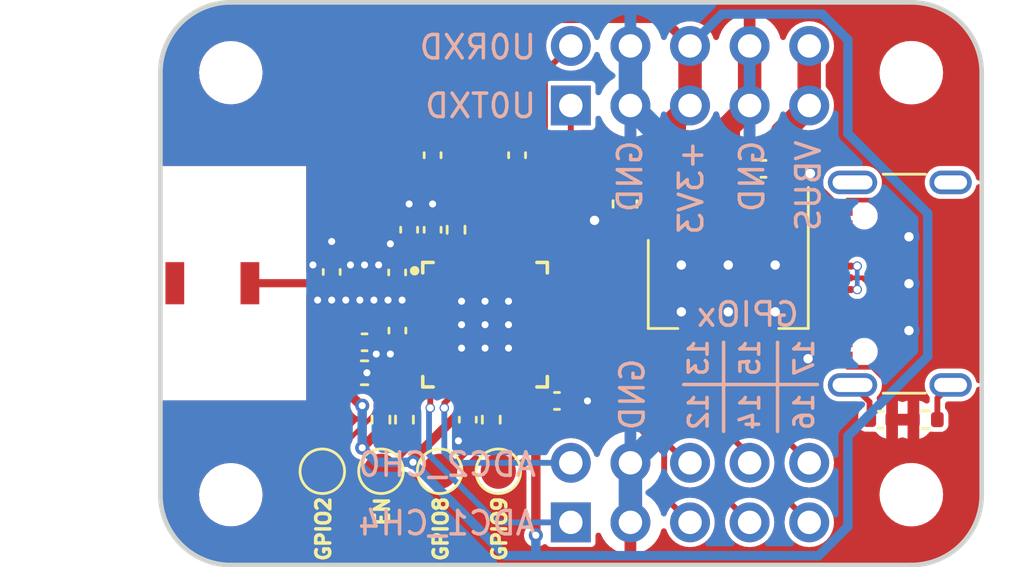
<source format=kicad_pcb>
(kicad_pcb (version 20221018) (generator pcbnew)
  (layers (0 "F.Cu" signal) (31 "B.Cu" signal) (34 "B.Paste" user) (35 "F.Paste" user) (36 "B.SilkS" user "B.Silkscreen") (37 "F.SilkS" user "F.Silkscreen") (38 "B.Mask" user) (39 "F.Mask" user) (44 "Edge.Cuts" user))
  (net 0 "")
  (net 1 "+3V3")
  (net 6 "VBUS")
  (net 7 "GND")
  (net 13 "/USB_D-")
  (net 14 "/USB_D+")
  (net 16 "/GPIO9")
  (net 17 "/GPIO2")
  (net 19 "/EN")
  (net 20 "/RF")
  (net 21 "/ANT")
  (net 22 "/SHIELD")
  (net 23 "/GPIO8")
  (net 24 "/XTAL_P")
  (net 25 "/XTAL_N")
  (net 26 "/XTAL_P_RES")
  (net 27 "/VDD3P3")
  (net 28 "/U0RXD")
  (net 29 "/U0TXD")
  (net 30 "/GPIO12")
  (net 31 "/GPIO13")
  (net 32 "/GPIO14")
  (net 33 "/GPIO15")
  (net 34 "/GPIO16")
  (net 35 "/GPIO17")
  (net 36 "/ADC1_CH4")
  (net 37 "/ADC2_CH0")
  (footprint "TestPoint:TestPoint_Pad_D1.5mm" (layer "F.Cu") (at 125.9 90)
    (fp_text reference "TP4" hide)
    (fp_text value "GPIO2" hide)
    (pad "1" smd circle (at 0 0) (size 1.5 1.5) (layers "F.Cu" "F.Mask") (net 17 "/GPIO2"))
  )
  (footprint "MountingHole:MountingHole_2.2mm_M2" (layer "F.Cu") (at 122 73)
    (fp_text reference "H3" hide)
    (fp_text value "MountingHole" hide)
    (pad "" np_thru_hole circle locked (at 0 0) (size 2.2 2.2) (drill 2.2) (layers "*.Cu" "*.Mask"))
  )
  (footprint "Resistor_SMD:R_0402_1005Metric" (layer "F.Cu") (at 129.4 87.8 90)
    (fp_text reference "R4" hide)
    (fp_text value "10k" hide)
    (pad "1" smd roundrect (at -0.51 0 90) (size 0.54 0.64) (layers "F.Cu" "F.Paste" "F.Mask") (net 1 "+3V3"))
    (pad "2" smd roundrect (at 0.51 0 90) (size 0.54 0.64) (layers "F.Cu" "F.Paste" "F.Mask") (net 19 "/EN"))
  )
  (footprint "Capacitor_SMD:C_0402_1005Metric" (layer "F.Cu") (at 135.9 87)
    (fp_text reference "C2" hide)
    (fp_text value "100n" hide)
    (pad "1" smd roundrect (at -0.48 0) (size 0.56 0.62) (layers "F.Cu" "F.Paste" "F.Mask") (net 1 "+3V3"))
    (pad "2" smd roundrect (at 0.48 0) (size 0.56 0.62) (layers "F.Cu" "F.Paste" "F.Mask") (net 7 "GND"))
  )
  (footprint "MountingHole:MountingHole_2.2mm_M2" (layer "F.Cu") (at 151 73)
    (fp_text reference "H2" hide)
    (fp_text value "MountingHole" hide)
    (pad "" np_thru_hole circle locked (at 0 0) (size 2.2 2.2) (drill 2.2) (layers "*.Cu" "*.Mask"))
  )
  (footprint "Capacitor_SMD:C_0402_1005Metric" (layer "F.Cu") (at 130.6 76.52 90)
    (fp_text reference "C5" hide)
    (fp_text value "12pF" hide)
    (pad "1" smd roundrect (at -0.48 0 90) (size 0.56 0.62) (layers "F.Cu" "F.Paste" "F.Mask") (net 24 "/XTAL_P"))
    (pad "2" smd roundrect (at 0.48 0 90) (size 0.56 0.62) (layers "F.Cu" "F.Paste" "F.Mask") (net 7 "GND"))
  )
  (footprint "TestPoint:TestPoint_Pad_D1.5mm" (layer "F.Cu") (at 133.4 90)
    (fp_text reference "TP2" hide)
    (fp_text value "GPIO9" hide)
    (pad "1" smd circle (at 0 0) (size 1.5 1.5) (layers "F.Cu" "F.Mask") (net 16 "/GPIO9"))
  )
  (footprint "Capacitor_SMD:C_0603_1608Metric" (layer "F.Cu") (at 127.7 85.8)
    (fp_text reference "C18" hide)
    (fp_text value "10u" hide)
    (pad "1" smd roundrect (at -0.775 0) (size 0.9 0.95) (layers "F.Cu" "F.Paste" "F.Mask") (net 1 "+3V3"))
    (pad "2" smd roundrect (at 0.775 0) (size 0.9 0.95) (layers "F.Cu" "F.Paste" "F.Mask") (net 7 "GND"))
  )
  (footprint "Capacitor_SMD:C_0402_1005Metric" (layer "F.Cu") (at 126.3 81.5 90)
    (fp_text reference "C14" hide)
    (fp_text value "C" hide)
    (pad "1" smd roundrect (at -0.48 0 90) (size 0.56 0.62) (layers "F.Cu" "F.Paste" "F.Mask") (net 20 "/RF"))
    (pad "2" smd roundrect (at 0.48 0 90) (size 0.56 0.62) (layers "F.Cu" "F.Paste" "F.Mask") (net 7 "GND"))
  )
  (footprint "Capacitor_SMD:C_0402_1005Metric" (layer "F.Cu") (at 130.6 79.7 90)
    (fp_text reference "C4" hide)
    (fp_text value "1u" hide)
    (pad "1" smd roundrect (at -0.48 0 90) (size 0.56 0.62) (layers "F.Cu" "F.Paste" "F.Mask") (net 1 "+3V3"))
    (pad "2" smd roundrect (at 0.48 0 90) (size 0.56 0.62) (layers "F.Cu" "F.Paste" "F.Mask") (net 7 "GND"))
  )
  (footprint "Capacitor_SMD:C_0402_1005Metric" (layer "F.Cu") (at 129.09 81.52 90)
    (fp_text reference "C1" hide)
    (fp_text value "C" hide)
    (pad "1" smd roundrect (at -0.48 0 90) (size 0.56 0.62) (layers "F.Cu" "F.Paste" "F.Mask") (net 21 "/ANT"))
    (pad "2" smd roundrect (at 0.48 0 90) (size 0.56 0.62) (layers "F.Cu" "F.Paste" "F.Mask") (net 7 "GND"))
  )
  (footprint "Inductor_SMD:L_0402_1005Metric" (layer "F.Cu") (at 127.7 81.95)
    (fp_text reference "L1" hide)
    (fp_text value "L" hide)
    (pad "1" smd roundrect (at -0.485 0) (size 0.59 0.64) (layers "F.Cu" "F.Paste" "F.Mask") (net 20 "/RF"))
    (pad "2" smd roundrect (at 0.485 0) (size 0.59 0.64) (layers "F.Cu" "F.Paste" "F.Mask") (net 21 "/ANT"))
  )
  (footprint "Capacitor_SMD:C_0402_1005Metric" (layer "F.Cu") (at 134.2 76.52 -90)
    (fp_text reference "C6" hide)
    (fp_text value "12pF" hide)
    (pad "1" smd roundrect (at -0.48 0 270) (size 0.56 0.62) (layers "F.Cu" "F.Paste" "F.Mask") (net 25 "/XTAL_N"))
    (pad "2" smd roundrect (at 0.48 0 270) (size 0.56 0.62) (layers "F.Cu" "F.Paste" "F.Mask") (net 7 "GND"))
  )
  (footprint "Inductor_SMD:L_0402_1005Metric" (layer "F.Cu") (at 127.7 83.5)
    (fp_text reference "L2" hide)
    (fp_text value "2n" hide)
    (pad "1" smd roundrect (at -0.485 0) (size 0.59 0.64) (layers "F.Cu" "F.Paste" "F.Mask") (net 1 "+3V3"))
    (pad "2" smd roundrect (at 0.485 0) (size 0.59 0.64) (layers "F.Cu" "F.Paste" "F.Mask") (net 27 "/VDD3P3"))
  )
  (footprint "TestPoint:TestPoint_Pad_D1.5mm" (layer "F.Cu") (at 130.9 90)
    (fp_text reference "TP3" hide)
    (fp_text value "GPIO8" hide)
    (pad "1" smd circle (at 0 0) (size 1.5 1.5) (layers "F.Cu" "F.Mask") (net 23 "/GPIO8"))
  )
  (footprint "Connector_USB:USB_C_Receptacle_GCT_USB4105-xx-A_16P_TopMnt_Horizontal" (layer "F.Cu") (at 151.6 82 90)
    (fp_text reference "J1" hide)
    (fp_text value "USB_C_Receptacle_USB2.0" hide)
    (pad "" np_thru_hole circle locked (at -2.89 -2.605 90) (size 0.65 0.65) (drill 0.65) (layers "F&B.Cu" "*.Mask"))
    (pad "" np_thru_hole circle locked (at 2.89 -2.605 90) (size 0.65 0.65) (drill 0.65) (layers "F&B.Cu" "*.Mask"))
    (pad "A1" smd rect locked (at -3.2 -3.68 90) (size 0.6 1.15) (layers "F.Cu" "F.Paste" "F.Mask") (net 7 "GND"))
    (pad "A4" smd rect locked (at -2.4 -3.68 90) (size 0.6 1.15) (layers "F.Cu" "F.Paste" "F.Mask") (net 6 "VBUS"))
    (pad "A5" smd rect locked (at -1.25 -3.68 90) (size 0.3 1.15) (layers "F.Cu" "F.Paste" "F.Mask"))
    (pad "A6" smd rect locked (at -0.25 -3.68 90) (size 0.3 1.15) (layers "F.Cu" "F.Paste" "F.Mask") (net 13 "/USB_D-"))
    (pad "A7" smd rect locked (at 0.25 -3.68 90) (size 0.3 1.15) (layers "F.Cu" "F.Paste" "F.Mask") (net 14 "/USB_D+"))
    (pad "A8" smd rect locked (at 1.25 -3.68 90) (size 0.3 1.15) (layers "F.Cu" "F.Paste" "F.Mask"))
    (pad "A9" smd rect locked (at 2.4 -3.68 90) (size 0.6 1.15) (layers "F.Cu" "F.Paste" "F.Mask") (net 6 "VBUS"))
    (pad "A12" smd rect locked (at 3.2 -3.68 90) (size 0.6 1.15) (layers "F.Cu" "F.Paste" "F.Mask") (net 7 "GND"))
    (pad "B1" smd rect locked (at 3.2 -3.68 90) (size 0.6 1.15) (layers "F.Cu" "F.Paste" "F.Mask") (net 7 "GND"))
    (pad "B4" smd rect locked (at 2.4 -3.68 90) (size 0.6 1.15) (layers "F.Cu" "F.Paste" "F.Mask") (net 6 "VBUS"))
    (pad "B5" smd rect locked (at 1.75 -3.68 90) (size 0.3 1.15) (layers "F.Cu" "F.Paste" "F.Mask"))
    (pad "B6" smd rect locked (at 0.75 -3.68 90) (size 0.3 1.15) (layers "F.Cu" "F.Paste" "F.Mask") (net 13 "/USB_D-"))
    (pad "B7" smd rect locked (at -0.75 -3.68 90) (size 0.3 1.15) (layers "F.Cu" "F.Paste" "F.Mask") (net 14 "/USB_D+"))
    (pad "B8" smd rect locked (at -1.75 -3.68 90) (size 0.3 1.15) (layers "F.Cu" "F.Paste" "F.Mask"))
    (pad "B9" smd rect locked (at -2.4 -3.68 90) (size 0.6 1.15) (layers "F.Cu" "F.Paste" "F.Mask") (net 6 "VBUS"))
    (pad "B12" smd rect locked (at -3.2 -3.68 90) (size 0.6 1.15) (layers "F.Cu" "F.Paste" "F.Mask") (net 7 "GND"))
    (pad "S1" thru_hole oval locked (at -4.32 -3.105 90) (size 1 2.1) (drill oval 0.6 1.7) (layers "*.Cu" "*.Mask" "F.Paste") (net 22 "/SHIELD"))
    (pad "S1" thru_hole oval locked (at -4.32 1.075 90) (size 1 1.8) (drill oval 0.6 1.4) (layers "*.Cu" "*.Mask" "F.Paste") (net 22 "/SHIELD"))
    (pad "S1" thru_hole oval locked (at 4.32 -3.105 90) (size 1 2.1) (drill oval 0.6 1.7) (layers "*.Cu" "*.Mask" "F.Paste") (net 22 "/SHIELD"))
    (pad "S1" thru_hole oval locked (at 4.32 1.075 90) (size 1 1.8) (drill oval 0.6 1.4) (layers "*.Cu" "*.Mask" "F.Paste") (net 22 "/SHIELD"))
  )
  (footprint "Capacitor_SMD:C_0402_1005Metric" (layer "F.Cu") (at 129.1 84 -90)
    (fp_text reference "C15" hide)
    (fp_text value "100n" hide)
    (pad "1" smd roundrect (at -0.48 0 270) (size 0.56 0.62) (layers "F.Cu" "F.Paste" "F.Mask") (net 27 "/VDD3P3"))
    (pad "2" smd roundrect (at 0.48 0 270) (size 0.56 0.62) (layers "F.Cu" "F.Paste" "F.Mask") (net 7 "GND"))
  )
  (footprint "Capacitor_SMD:C_0402_1005Metric" (layer "F.Cu") (at 149.7 87.8)
    (fp_text reference "C11" hide)
    (fp_text value "C" hide)
    (pad "1" smd roundrect (at -0.48 0) (size 0.56 0.62) (layers "F.Cu" "F.Paste" "F.Mask") (net 22 "/SHIELD"))
    (pad "2" smd roundrect (at 0.48 0) (size 0.56 0.62) (layers "F.Cu" "F.Paste" "F.Mask") (net 7 "GND"))
  )
  (footprint "MountingHole:MountingHole_2.2mm_M2" (layer "F.Cu") (at 151 91)
    (fp_text reference "H1" hide)
    (fp_text value "MountingHole" hide)
    (pad "" np_thru_hole circle locked (at 0 0) (size 2.2 2.2) (drill 2.2) (layers "*.Cu" "*.Mask"))
  )
  (footprint "Connector_PinHeader_2.54mm:PinHeader_2x05_P2.54mm_Vertical" (layer "F.Cu") (at 136.49 92.18 90)
    (fp_text reference "J2" hide)
    (fp_text value "Conn_02x05_Odd_Even" hide)
    (pad "1" thru_hole rect locked (at 0 0 90) (size 1.7 1.7) (drill 1) (layers "*.Cu" "*.Mask") (net 36 "/ADC1_CH4"))
    (pad "2" thru_hole oval locked (at 2.54 0 90) (size 1.7 1.7) (drill 1) (layers "*.Cu" "*.Mask") (net 37 "/ADC2_CH0"))
    (pad "3" thru_hole oval locked (at 0 2.54 90) (size 1.7 1.7) (drill 1) (layers "*.Cu" "*.Mask") (net 7 "GND"))
    (pad "4" thru_hole oval locked (at 2.54 2.54 90) (size 1.7 1.7) (drill 1) (layers "*.Cu" "*.Mask") (net 7 "GND"))
    (pad "5" thru_hole oval locked (at 0 5.08 90) (size 1.7 1.7) (drill 1) (layers "*.Cu" "*.Mask") (net 30 "/GPIO12"))
    (pad "6" thru_hole oval locked (at 2.54 5.08 90) (size 1.7 1.7) (drill 1) (layers "*.Cu" "*.Mask") (net 31 "/GPIO13"))
    (pad "7" thru_hole oval locked (at 0 7.62 90) (size 1.7 1.7) (drill 1) (layers "*.Cu" "*.Mask") (net 32 "/GPIO14"))
    (pad "8" thru_hole oval locked (at 2.54 7.62 90) (size 1.7 1.7) (drill 1) (layers "*.Cu" "*.Mask") (net 33 "/GPIO15"))
    (pad "9" thru_hole oval locked (at 0 10.16 90) (size 1.7 1.7) (drill 1) (layers "*.Cu" "*.Mask") (net 34 "/GPIO16"))
    (pad "10" thru_hole oval locked (at 2.54 10.16 90) (size 1.7 1.7) (drill 1) (layers "*.Cu" "*.Mask") (net 35 "/GPIO17"))
  )
  (footprint "Connector_PinHeader_2.54mm:PinHeader_2x05_P2.54mm_Vertical" (layer "F.Cu") (at 136.49 74.4 90)
    (fp_text reference "J3" hide)
    (fp_text value "Conn_02x05_Odd_Even" hide)
    (pad "1" thru_hole rect locked (at 0 0 90) (size 1.7 1.7) (drill 1) (layers "*.Cu" "*.Mask") (net 28 "/U0RXD"))
    (pad "2" thru_hole oval locked (at 2.54 0 90) (size 1.7 1.7) (drill 1) (layers "*.Cu" "*.Mask") (net 29 "/U0TXD"))
    (pad "3" thru_hole oval locked (at 0 2.54 90) (size 1.7 1.7) (drill 1) (layers "*.Cu" "*.Mask") (net 7 "GND"))
    (pad "4" thru_hole oval locked (at 2.54 2.54 90) (size 1.7 1.7) (drill 1) (layers "*.Cu" "*.Mask") (net 7 "GND"))
    (pad "5" thru_hole oval locked (at 0 5.08 90) (size 1.7 1.7) (drill 1) (layers "*.Cu" "*.Mask") (net 1 "+3V3"))
    (pad "6" thru_hole oval locked (at 2.54 5.08 90) (size 1.7 1.7) (drill 1) (layers "*.Cu" "*.Mask") (net 1 "+3V3"))
    (pad "7" thru_hole oval locked (at 0 7.62 90) (size 1.7 1.7) (drill 1) (layers "*.Cu" "*.Mask") (net 7 "GND"))
    (pad "8" thru_hole oval locked (at 2.54 7.62 90) (size 1.7 1.7) (drill 1) (layers "*.Cu" "*.Mask") (net 7 "GND"))
    (pad "9" thru_hole oval locked (at 0 10.16 90) (size 1.7 1.7) (drill 1) (layers "*.Cu" "*.Mask") (net 6 "VBUS"))
    (pad "10" thru_hole oval locked (at 2.54 10.16 90) (size 1.7 1.7) (drill 1) (layers "*.Cu" "*.Mask") (net 6 "VBUS"))
  )
  (footprint "Capacitor_SMD:C_0402_1005Metric" (layer "F.Cu") (at 129.6 79.7 90)
    (fp_text reference "C3" hide)
    (fp_text value "10n" hide)
    (pad "1" smd roundrect (at -0.48 0 90) (size 0.56 0.62) (layers "F.Cu" "F.Paste" "F.Mask") (net 1 "+3V3"))
    (pad "2" smd roundrect (at 0.48 0 90) (size 0.56 0.62) (layers "F.Cu" "F.Paste" "F.Mask") (net 7 "GND"))
  )
  (footprint "Resistor_SMD:R_0402_1005Metric" (layer "F.Cu") (at 133.1 87.8 90)
    (fp_text reference "R2" hide)
    (fp_text value "10k" hide)
    (pad "1" smd roundrect (at -0.51 0 90) (size 0.54 0.64) (layers "F.Cu" "F.Paste" "F.Mask") (net 1 "+3V3"))
    (pad "2" smd roundrect (at 0.51 0 90) (size 0.54 0.64) (layers "F.Cu" "F.Paste" "F.Mask") (net 23 "/GPIO8"))
  )
  (footprint "Capacitor_SMD:C_0402_1005Metric" (layer "F.Cu") (at 144.7 77.1 180)
    (fp_text reference "C12" hide)
    (fp_text value "100n" hide)
    (pad "1" smd roundrect (at -0.48 0 180) (size 0.56 0.62) (layers "F.Cu" "F.Paste" "F.Mask") (net 6 "VBUS"))
    (pad "2" smd roundrect (at 0.48 0 180) (size 0.56 0.62) (layers "F.Cu" "F.Paste" "F.Mask") (net 7 "GND"))
  )
  (footprint "Resistor_SMD:R_0402_1005Metric" (layer "F.Cu") (at 128.4 87.8 90)
    (fp_text reference "R3" hide)
    (fp_text value "10k" hide)
    (pad "1" smd roundrect (at -0.51 0 90) (size 0.54 0.64) (layers "F.Cu" "F.Paste" "F.Mask") (net 1 "+3V3"))
    (pad "2" smd roundrect (at 0.51 0 90) (size 0.54 0.64) (layers "F.Cu" "F.Paste" "F.Mask") (net 17 "/GPIO2"))
  )
  (footprint "Resistor_SMD:R_0402_1005Metric" (layer "F.Cu") (at 131.6 79.7 -90)
    (fp_text reference "R6" hide)
    (fp_text value "R" hide)
    (pad "1" smd roundrect (at -0.51 0 270) (size 0.54 0.64) (layers "F.Cu" "F.Paste" "F.Mask") (net 24 "/XTAL_P"))
    (pad "2" smd roundrect (at 0.51 0 270) (size 0.54 0.64) (layers "F.Cu" "F.Paste" "F.Mask") (net 26 "/XTAL_P_RES"))
  )
  (footprint "encyclopedia_galactica:ABM11W-30.0000MHZ-7-D1X-T3" (layer "F.Cu") (at 132.400001 76.7 180)
    (fp_text reference "Y1" hide)
    (fp_text value "ABM11W-32.0000MHZ-7-D1X-T3 " hide)
    (pad "1" smd rect (at -0.637 -0.487 270) (size 0.775 0.875) (layers "F.Cu" "F.Paste" "F.Mask") (net 7 "GND"))
    (pad "2" smd rect (at 0.637 -0.487 270) (size 0.775 0.875) (layers "F.Cu" "F.Paste" "F.Mask") (net 24 "/XTAL_P"))
    (pad "3" smd rect (at -0.637 0.487 270) (size 0.775 0.875) (layers "F.Cu" "F.Paste" "F.Mask") (net 25 "/XTAL_N"))
    (pad "4" smd rect (at 0.637 0.487 270) (size 0.775 0.875) (layers "F.Cu" "F.Paste" "F.Mask") (net 7 "GND"))
  )
  (footprint "Package_TO_SOT_SMD:SOT-223-3_TabPin2" (layer "F.Cu") (at 143.2 82 -90)
    (fp_text reference "U2" hide)
    (fp_text value "LM2937xMP" hide)
    (pad "1" smd rect locked (at -3.15 -2.3 270) (size 2 1.5) (layers "F.Cu" "F.Paste" "F.Mask") (net 6 "VBUS"))
    (pad "2" smd rect locked (at -3.15 0 270) (size 2 1.5) (layers "F.Cu" "F.Paste" "F.Mask") (net 7 "GND"))
    (pad "2" smd rect locked (at 3.15 0 270) (size 2 3.8) (layers "F.Cu" "F.Paste" "F.Mask") (net 7 "GND"))
    (pad "3" smd rect locked (at -3.15 2.3 270) (size 2 1.5) (layers "F.Cu" "F.Paste" "F.Mask") (net 1 "+3V3"))
  )
  (footprint "Capacitor_SMD:C_0402_1005Metric" (layer "F.Cu") (at 132.1 87.8 -90)
    (fp_text reference "C17" hide)
    (fp_text value "100n" hide)
    (pad "1" smd roundrect (at -0.48 0 270) (size 0.56 0.62) (layers "F.Cu" "F.Paste" "F.Mask") (net 1 "+3V3"))
    (pad "2" smd roundrect (at 0.48 0 270) (size 0.56 0.62) (layers "F.Cu" "F.Paste" "F.Mask") (net 7 "GND"))
  )
  (footprint "MountingHole:MountingHole_2.2mm_M2" (layer "F.Cu") (at 122 91)
    (fp_text reference "H4" hide)
    (fp_text value "MountingHole" hide)
    (pad "" np_thru_hole circle locked (at 0 0) (size 2.2 2.2) (drill 2.2) (layers "*.Cu" "*.Mask"))
  )
  (footprint "encyclopedia_galactica:QFN32_5X5_EXP" (layer "F.Cu") (at 132.834851 83.7487)
    (fp_text reference "U1" hide)
    (fp_text value "ESP32-C3" hide)
    (pad "1" smd rect locked (at -2.4487 -1.749999 90) (size 0.2548 0.757199) (layers "F.Cu" "F.Paste" "F.Mask") (net 21 "/ANT"))
    (pad "2" smd rect locked (at -2.4487 -1.25 90) (size 0.2548 0.757199) (layers "F.Cu" "F.Paste" "F.Mask") (net 27 "/VDD3P3"))
    (pad "3" smd rect locked (at -2.4487 -0.750001 90) (size 0.2548 0.757199) (layers "F.Cu" "F.Paste" "F.Mask") (net 27 "/VDD3P3"))
    (pad "4" smd rect locked (at -2.4487 -0.25 90) (size 0.2548 0.757199) (layers "F.Cu" "F.Paste" "F.Mask"))
    (pad "5" smd rect locked (at -2.4487 0.25 90) (size 0.2548 0.757199) (layers "F.Cu" "F.Paste" "F.Mask"))
    (pad "6" smd rect locked (at -2.4487 0.750001 90) (size 0.2548 0.757199) (layers "F.Cu" "F.Paste" "F.Mask") (net 17 "/GPIO2"))
    (pad "7" smd rect locked (at -2.4487 1.25 90) (size 0.2548 0.757199) (layers "F.Cu" "F.Paste" "F.Mask") (net 19 "/EN"))
    (pad "8" smd rect locked (at -2.4487 1.749999 90) (size 0.2548 0.757199) (layers "F.Cu" "F.Paste" "F.Mask"))
    (pad "9" smd rect locked (at -1.749999 2.4487) (size 0.2548 0.757199) (layers "F.Cu" "F.Paste" "F.Mask") (net 36 "/ADC1_CH4"))
    (pad "10" smd rect locked (at -1.25 2.4487) (size 0.2548 0.757199) (layers "F.Cu" "F.Paste" "F.Mask") (net 37 "/ADC2_CH0"))
    (pad "11" smd rect locked (at -0.750001 2.4487) (size 0.2548 0.757199) (layers "F.Cu" "F.Paste" "F.Mask") (net 1 "+3V3"))
    (pad "12" smd rect locked (at -0.25 2.4487) (size 0.2548 0.757199) (layers "F.Cu" "F.Paste" "F.Mask"))
    (pad "13" smd rect locked (at 0.25 2.4487) (size 0.2548 0.757199) (layers "F.Cu" "F.Paste" "F.Mask"))
    (pad "14" smd rect locked (at 0.750001 2.4487) (size 0.2548 0.757199) (layers "F.Cu" "F.Paste" "F.Mask") (net 23 "/GPIO8"))
    (pad "15" smd rect locked (at 1.25 2.4487) (size 0.2548 0.757199) (layers "F.Cu" "F.Paste" "F.Mask") (net 16 "/GPIO9"))
    (pad "16" smd rect locked (at 1.749999 2.4487) (size 0.2548 0.757199) (layers "F.Cu" "F.Paste" "F.Mask"))
    (pad "17" smd rect locked (at 2.4487 1.749999 90) (size 0.2548 0.757199) (layers "F.Cu" "F.Paste" "F.Mask") (net 1 "+3V3"))
    (pad "18" smd rect locked (at 2.4487 1.25 90) (size 0.2548 0.757199) (layers "F.Cu" "F.Paste" "F.Mask"))
    (pad "19" smd rect locked (at 2.4487 0.750001 90) (size 0.2548 0.757199) (layers "F.Cu" "F.Paste" "F.Mask") (net 30 "/GPIO12"))
    (pad "20" smd rect locked (at 2.4487 0.25 90) (size 0.2548 0.757199) (layers "F.Cu" "F.Paste" "F.Mask") (net 31 "/GPIO13"))
    (pad "21" smd rect locked (at 2.4487 -0.25 90) (size 0.2548 0.757199) (layers "F.Cu" "F.Paste" "F.Mask") (net 32 "/GPIO14"))
    (pad "22" smd rect locked (at 2.4487 -0.750001 90) (size 0.2548 0.757199) (layers "F.Cu" "F.Paste" "F.Mask") (net 33 "/GPIO15"))
    (pad "23" smd rect locked (at 2.4487 -1.25 90) (size 0.2548 0.757199) (layers "F.Cu" "F.Paste" "F.Mask") (net 34 "/GPIO16"))
    (pad "24" smd rect locked (at 2.4487 -1.749999 90) (size 0.2548 0.757199) (layers "F.Cu" "F.Paste" "F.Mask") (net 35 "/GPIO17"))
    (pad "25" smd rect locked (at 1.749999 -2.4487) (size 0.2548 0.757199) (layers "F.Cu" "F.Paste" "F.Mask") (net 13 "/USB_D-"))
    (pad "26" smd rect locked (at 1.25 -2.4487) (size 0.2548 0.757199) (layers "F.Cu" "F.Paste" "F.Mask") (net 14 "/USB_D+"))
    (pad "27" smd rect locked (at 0.750001 -2.4487) (size 0.2548 0.757199) (layers "F.Cu" "F.Paste" "F.Mask") (net 28 "/U0RXD"))
    (pad "28" smd rect locked (at 0.25 -2.4487) (size 0.2548 0.757199) (layers "F.Cu" "F.Paste" "F.Mask") (net 29 "/U0TXD"))
    (pad "29" smd rect locked (at -0.25 -2.4487) (size 0.2548 0.757199) (layers "F.Cu" "F.Paste" "F.Mask") (net 25 "/XTAL_N"))
    (pad "30" smd rect locked (at -0.750001 -2.4487) (size 0.2548 0.757199) (layers "F.Cu" "F.Paste" "F.Mask") (net 26 "/XTAL_P_RES"))
    (pad "31" smd rect locked (at -1.25 -2.4487) (size 0.2548 0.757199) (layers "F.Cu" "F.Paste" "F.Mask") (net 1 "+3V3"))
    (pad "32" smd rect locked (at -1.749999 -2.4487) (size 0.2548 0.757199) (layers "F.Cu" "F.Paste" "F.Mask") (net 1 "+3V3"))
    (pad "33" smd rect locked (at 0 0) (size 3.7592 3.7592) (layers "F.Cu" "F.Mask") (net 7 "GND"))
  )
  (footprint "Capacitor_SMD:C_0402_1005Metric" (layer "F.Cu") (at 127.7 84.5)
    (fp_text reference "C16" hide)
    (fp_text value "100n" hide)
    (pad "1" smd roundrect (at -0.48 0) (size 0.56 0.62) (layers "F.Cu" "F.Paste" "F.Mask") (net 1 "+3V3"))
    (pad "2" smd roundrect (at 0.48 0) (size 0.56 0.62) (layers "F.Cu" "F.Paste" "F.Mask") (net 7 "GND"))
  )
  (footprint "TestPoint:TestPoint_Pad_D1.5mm" (layer "F.Cu") (at 128.4 90)
    (fp_text reference "TP1" hide)
    (fp_text value "EN" hide)
    (pad "1" smd circle (at 0 0) (size 1.5 1.5) (layers "F.Cu" "F.Mask") (net 19 "/EN"))
  )
  (footprint "Capacitor_SMD:C_0603_1608Metric" (layer "F.Cu") (at 138.8 78.6 -90)
    (fp_text reference "C13" hide)
    (fp_text value "10u" hide)
    (pad "1" smd roundrect (at -0.775 0 270) (size 0.9 0.95) (layers "F.Cu" "F.Paste" "F.Mask") (net 1 "+3V3"))
    (pad "2" smd roundrect (at 0.775 0 270) (size 0.9 0.95) (layers "F.Cu" "F.Paste" "F.Mask") (net 7 "GND"))
  )
  (footprint "Resistor_SMD:R_0402_1005Metric" (layer "F.Cu") (at 151.6 87.8 180)
    (fp_text reference "R1" hide)
    (fp_text value "R" hide)
    (pad "1" smd roundrect (at -0.51 0 180) (size 0.54 0.64) (layers "F.Cu" "F.Paste" "F.Mask") (net 22 "/SHIELD"))
    (pad "2" smd roundrect (at 0.51 0 180) (size 0.54 0.64) (layers "F.Cu" "F.Paste" "F.Mask") (net 7 "GND"))
  )
  (footprint "encyclopedia_galactica:2108838-1" (layer "F.Cu") (at 118.715 81.98)
    (fp_text reference "AE1" hide)
    (fp_text value "2108838-1" hide)
    (pad "1" smd rect locked (at 4.1 0) (size 0.8 1.8) (layers "F.Cu" "F.Paste" "F.Mask") (net 20 "/RF"))
    (pad "2" smd rect locked (at 0.9 0) (size 0.8 1.8) (layers "F.Cu" "F.Paste" "F.Mask"))
    (zone (net 0) (net_name "") (layers "*.Cu") (connect_pads (clearance 0)) (min_thickness 0.25)
      (keepout (tracks allowed) (vias not_allowed) (pads allowed) (copperpour not_allowed) (footprints not_allowed))
      (fill (thermal_gap 0.5) (thermal_bridge_width 0.5))
      (polygon (pts (xy 112.215 76.98) (xy 112.215 86.98) (xy 125.215 86.98) (xy 125.215 76.98)))
    )
  )
  (gr_line (start 143 84.5) (end 143 88.3) (stroke (width 0.15)) (layer "B.SilkS"))
  (gr_line (start 145.3 84.5) (end 145.3 88.3) (stroke (width 0.15)) (layer "B.SilkS"))
  (gr_line (start 141.3 86.3) (end 147 86.3) (stroke (width 0.15)) (layer "B.SilkS"))
  (gr_line locked (start 122.000001 94) (end 151 94) (stroke (width 0.2)) (layer "Edge.Cuts"))
  (gr_arc locked (start 154.000002 91.000001) (mid 153.121322 93.121321) (end 151.000002 94.000001) (stroke (width 0.2)) (layer "Edge.Cuts"))
  (gr_line locked (start 119.000001 72.999999) (end 119 91) (stroke (width 0.2)) (layer "Edge.Cuts"))
  (gr_arc locked (start 151.000002 69.999999) (mid 153.121321 70.878679) (end 154.000002 72.999999) (stroke (width 0.2)) (layer "Edge.Cuts"))
  (gr_arc locked (start 122 94.000001) (mid 119.878673 93.121322) (end 119 91.000001) (stroke (width 0.2)) (layer "Edge.Cuts"))
  (gr_line locked (start 154.000003 73) (end 154.000002 91.000001) (stroke (width 0.2)) (layer "Edge.Cuts"))
  (gr_arc locked (start 119.000001 73) (mid 119.878674 70.878667) (end 122.000001 70) (stroke (width 0.2)) (layer "Edge.Cuts"))
  (gr_line locked (start 122.000001 70) (end 151 70) (stroke (width 0.2)) (layer "Edge.Cuts"))
  (gr_text "ADC1_CH4" (at 135.1 92.8) (layer "B.SilkS") (effects (font (size 1 1)) (justify left bottom mirror)))
  (gr_text "GND" (at 139.6 75.8 90) (layer "B.SilkS") (effects (font (size 1 1)) (justify left bottom mirror)))
  (gr_text "12" (at 142.4 86.6 90) (layer "B.SilkS") (effects (font (size 0.8 0.8)) (justify left bottom mirror)))
  (gr_text "GPIOx" (at 146.3 83.9) (layer "B.SilkS") (effects (font (size 1 1)) (justify left bottom mirror)))
  (gr_text "17" (at 146.9 84.3 90) (layer "B.SilkS") (effects (font (size 0.8 0.8)) (justify left bottom mirror)))
  (gr_text "15" (at 144.6 84.3 90) (layer "B.SilkS") (effects (font (size 0.8 0.8)) (justify left bottom mirror)))
  (gr_text "13" (at 142.4 84.3 90) (layer "B.SilkS") (effects (font (size 0.8 0.8)) (justify left bottom mirror)))
  (gr_text "U0TXD" (at 135.1 75) (layer "B.SilkS") (effects (font (size 1 1)) (justify left bottom mirror)))
  (gr_text "16" (at 146.9 86.6 90) (layer "B.SilkS") (effects (font (size 0.8 0.8)) (justify left bottom mirror)))
  (gr_text "VBUS" (at 147.2 75.8 90) (layer "B.SilkS") (effects (font (size 1 1)) (justify left bottom mirror)))
  (gr_text "+3V3" (at 142.2 75.8 90) (layer "B.SilkS") (effects (font (size 1 1)) (justify left bottom mirror)))
  (gr_text "ADC2_CH0" (at 135.1 90.3) (layer "B.SilkS") (effects (font (size 1 1)) (justify left bottom mirror)))
  (gr_text "U0RXD" (at 135.1 72.5) (layer "B.SilkS") (effects (font (size 1 1)) (justify left bottom mirror)))
  (gr_text "GND" (at 139.7 85.1 90) (layer "B.SilkS") (effects (font (size 1 1)) (justify left bottom mirror)))
  (gr_text "14" (at 144.6 86.6 90) (layer "B.SilkS") (effects (font (size 0.8 0.8)) (justify left bottom mirror)))
  (gr_text "GND" (at 144.8 75.8 90) (layer "B.SilkS") (effects (font (size 1 1)) (justify left bottom mirror)))
  (gr_text "GPIO9" (at 133.8 93.9 90) (layer "F.SilkS") (effects (font (size 0.6 0.6)) (justify left bottom)))
  (gr_text "GPIO2" (at 126.3 93.9 90) (layer "F.SilkS") (effects (font (size 0.6 0.6)) (justify left bottom)))
  (gr_text "GPIO8" (at 131.3 93.9 90) (layer "F.SilkS") (effects (font (size 0.6 0.6)) (justify left bottom)))
  (gr_text "EN" (at 128.8 92.4 90) (layer "F.SilkS") (effects (font (size 0.6 0.6)) (justify left bottom)))
  (segment (start 132.11 87.32) (end 132.1 87.32) (width 0.4) (layer "F.Cu") (net 1))
  (segment (start 139.875 77.825) (end 140.9 78.85) (width 0.4) (layer "F.Cu") (net 1))
  (segment (start 131.084852 80.815148) (end 131.092425 80.807575) (width 0.4) (layer "F.Cu") (net 1))
  (segment (start 132.08485 86.1974) (end 132.08485 87.30485) (width 0.4) (layer "F.Cu") (net 1))
  (segment (start 128.29 88.31) (end 127.6 89) (width 0.4) (layer "F.Cu") (net 1))
  (segment (start 129.528529 80.18) (end 129.6 80.18) (width 0.4) (layer "F.Cu") (net 1))
  (segment (start 135 92.1) (end 135 92.7315) (width 0.4) (layer "F.Cu") (net 1))
  (segment (start 132.117 70.683) (end 128.963 73.837) (width 0.4) (layer "F.Cu") (net 1))
  (segment (start 128.963 79.614471) (end 129.528529 80.18) (width 0.4) (layer "F.Cu") (net 1))
  (segment (start 130.6 80.18) (end 129.6 80.18) (width 0.4) (layer "F.Cu") (net 1))
  (segment (start 129.764234 89.487237) (end 131.931471 87.32) (width 0.4) (layer "F.Cu") (net 1))
  (segment (start 135.283551 86.619448) (end 135.283551 85.498699) (width 0.4) (layer "F.Cu") (net 1))
  (segment (start 131.084852 81.3) (end 131.084852 80.815148) (width 0.4) (layer "F.Cu") (net 1))
  (segment (start 131.931471 87.32) (end 132.1 87.32) (width 0.4) (layer "F.Cu") (net 1))
  (segment (start 127.22 84.5) (end 127.22 85.505) (width 0.4) (layer "F.Cu") (net 1))
  (segment (start 126.925 85.8) (end 126.925 86.573529) (width 0.4) (layer "F.Cu") (net 1))
  (segment (start 141.57 74.4) (end 141.57 71.86) (width 1) (layer "F.Cu") (net 1))
  (segment (start 127.22 85.505) (end 126.925 85.8) (width 0.4) (layer "F.Cu") (net 1))
  (segment (start 130.6 80.315149) (end 130.6 80.18) (width 0.4) (layer "F.Cu") (net 1))
  (segment (start 131.092425 80.807575) (end 130.6 80.315149) (width 0.4) (layer "F.Cu") (net 1))
  (segment (start 131.584851 81.3) (end 131.092425 80.807575) (width 0.4) (layer "F.Cu") (net 1))
  (segment (start 140.9 75.07) (end 141.57 74.4) (width 1) (layer "F.Cu") (net 1))
  (segment (start 135 86.902999) (end 135.283551 86.619448) (width 0.4) (layer "F.Cu") (net 1))
  (segment (start 127.551471 87.2) (end 127.6 87.2) (width 0.4) (layer "F.Cu") (net 1))
  (segment (start 129.764234 89.615705) (end 129.764234 89.487237) (width 0.4) (layer "F.Cu") (net 1))
  (segment (start 140.393 70.683) (end 132.117 70.683) (width 0.4) (layer "F.Cu") (net 1))
  (segment (start 128.963 73.837) (end 128.963 79.614471) (width 0.4) (layer "F.Cu") (net 1))
  (segment (start 141.57 71.86) (end 140.393 70.683) (width 0.4) (layer "F.Cu") (net 1))
  (segment (start 129.4 88.31) (end 128.4 88.31) (width 0.4) (layer "F.Cu") (net 1))
  (segment (start 138.8 77.825) (end 139.875 77.825) (width 0.4) (layer "F.Cu") (net 1))
  (segment (start 127.215 84.495) (end 127.22 84.5) (width 0.4) (layer "F.Cu") (net 1))
  (segment (start 133.1 88.31) (end 132.11 87.32) (width 0.4) (layer "F.Cu") (net 1))
  (segment (start 140.9 78.85) (end 140.9 75.07) (width 1) (layer "F.Cu") (net 1))
  (segment (start 135 92.1) (end 135 86.902999) (width 0.4) (layer "F.Cu") (net 1))
  (segment (start 127.215 83.5) (end 127.215 84.495) (width 0.4) (layer "F.Cu") (net 1))
  (segment (start 128.4 88.31) (end 128.29 88.31) (width 0.4) (layer "F.Cu") (net 1))
  (segment (start 126.925 86.573529) (end 127.551471 87.2) (width 0.4) (layer "F.Cu") (net 1))
  (segment (start 132.08485 87.30485) (end 132.1 87.32) (width 0.4) (layer "F.Cu") (net 1))
  (via (at 135 92.7315) (size 0.6) (drill 0.3) (layers "F.Cu" "B.Cu") (net 1))
  (via (at 127.6 89) (size 0.6) (drill 0.3) (layers "F.Cu" "B.Cu") (net 1))
  (via (at 129.764234 89.615705) (size 0.6) (drill 0.3) (layers "F.Cu" "B.Cu") (net 1))
  (via (at 127.6 87.2) (size 0.6) (drill 0.3) (layers "F.Cu" "B.Cu") (net 1))
  (segment (start 148.3 71.6) (end 147.2 70.5) (width 0.4) (layer "B.Cu") (net 1))
  (segment (start 128.215705 89.615705) (end 127.6 89) (width 0.4) (layer "B.Cu") (net 1))
  (segment (start 148.3 92.35) (end 148.3 88.5) (width 0.4) (layer "B.Cu") (net 1))
  (segment (start 147.05 93.6) (end 148.3 92.35) (width 0.4) (layer "B.Cu") (net 1))
  (segment (start 127.6 87.2) (end 127.6 89) (width 0.4) (layer "B.Cu") (net 1))
  (segment (start 148.3 88.5) (end 151.7 85.1) (width 0.4) (layer "B.Cu") (net 1))
  (segment (start 134.4 93.6) (end 133.7 93.6) (width 0.4) (layer "B.Cu") (net 1))
  (segment (start 129.764234 89.664234) (end 129.764234 89.615705) (width 0.4) (layer "B.Cu") (net 1))
  (segment (start 134.4 93.6) (end 135 93.6) (width 0.4) (layer "B.Cu") (net 1))
  (segment (start 135 92.7315) (end 135 93.6) (width 0.4) (layer "B.Cu") (net 1))
  (segment (start 147.2 70.5) (end 142.93 70.5) (width 0.4) (layer "B.Cu") (net 1))
  (segment (start 151.7 85.1) (end 151.7 79) (width 0.4) (layer "B.Cu") (net 1))
  (segment (start 151.7 79) (end 148.3 75.6) (width 0.4) (layer "B.Cu") (net 1))
  (segment (start 148.3 75.6) (end 148.3 71.6) (width 0.4) (layer "B.Cu") (net 1))
  (segment (start 142.93 70.5) (end 141.57 71.86) (width 0.4) (layer "B.Cu") (net 1))
  (segment (start 133.7 93.6) (end 129.764234 89.664234) (width 0.4) (layer "B.Cu") (net 1))
  (segment (start 129.764234 89.615705) (end 128.215705 89.615705) (width 0.4) (layer "B.Cu") (net 1))
  (segment (start 135 93.6) (end 147.05 93.6) (width 0.4) (layer "B.Cu") (net 1))
  (segment (start 145.5 78.85) (end 145.5 75.55) (width 1) (layer "F.Cu") (net 6))
  (segment (start 147.92 84.4) (end 148.42434 84.4) (width 0.35) (layer "F.Cu") (net 6))
  (segment (start 149.597 80.77266) (end 148.42434 79.6) (width 0.35) (layer "F.Cu") (net 6))
  (segment (start 148.42434 84.4) (end 149.597 83.22734) (width 0.35) (layer "F.Cu") (net 6))
  (segment (start 149.597 83.22734) (end 149.597 80.77266) (width 0.35) (layer "F.Cu") (net 6))
  (segment (start 147.92 79.6) (end 146.25 79.6) (width 0.4) (layer "F.Cu") (net 6))
  (segment (start 148.42434 79.6) (end 147.92 79.6) (width 0.35) (layer "F.Cu") (net 6))
  (segment (start 146.25 79.6) (end 145.5 78.85) (width 0.4) (layer "F.Cu") (net 6))
  (segment (start 146.65 71.86) (end 146.65 74.4) (width 1) (layer "F.Cu") (net 6))
  (segment (start 145.5 75.55) (end 146.65 74.4) (width 1) (layer "F.Cu") (net 6))
  (segment (start 149.334999 85.565) (end 150.9 83.999999) (width 0.2) (layer "F.Cu") (net 7))
  (segment (start 148.285 78.435) (end 149.335001 78.435) (width 0.2) (layer "F.Cu") (net 7))
  (segment (start 147.92 85.2) (end 146.6 85.2) (width 0.35) (layer "F.Cu") (net 7))
  (segment (start 130.6 79.22) (end 130.6 78.6) (width 0.4) (layer "F.Cu") (net 7))
  (segment (start 131.7 88.7) (end 132.1 88.3) (width 0.4) (layer "F.Cu") (net 7))
  (segment (start 147.92 78.8) (end 148.285 78.435) (width 0.2) (layer "F.Cu") (net 7))
  (segment (start 146.7 77.58) (end 147.92 78.8) (width 0.35) (layer "F.Cu") (net 7))
  (segment (start 128.2 84.52) (end 128.18 84.5) (width 0.4) (layer "F.Cu") (net 7))
  (segment (start 144.22 77.83) (end 143.2 78.85) (width 0.4) (layer "F.Cu") (net 7))
  (segment (start 144.11 74.4) (end 144.11 71.86) (width 1) (layer "F.Cu") (net 7))
  (segment (start 146.7 77.3) (end 146.7 77.58) (width 0.35) (layer "F.Cu") (net 7))
  (segment (start 150.18 86.410001) (end 150.18 87.8) (width 0.2) (layer "F.Cu") (net 7))
  (segment (start 128.8 80.75) (end 129.09 81.04) (width 0.4) (layer "F.Cu") (net 7))
  (segment (start 143.2 76.9) (end 143.2 75.31) (width 1) (layer "F.Cu") (net 7))
  (segment (start 129.6 79.22) (end 129.6 78.6) (width 0.4) (layer "F.Cu") (net 7))
  (segment (start 147.92 85.2) (end 148.285 85.565) (width 0.2) (layer "F.Cu") (net 7))
  (segment (start 148.285 85.565) (end 149.334999 85.565) (width 0.2) (layer "F.Cu") (net 7))
  (segment (start 151.09 87.8) (end 150.18 87.8) (width 0.4) (layer "F.Cu") (net 7))
  (segment (start 128.2 85) (end 128.2 84.52) (width 0.4) (layer "F.Cu") (net 7))
  (segment (start 144.22 77.1) (end 144.22 77.83) (width 0.4) (layer "F.Cu") (net 7))
  (segment (start 143.2 85.15) (end 146.55 85.15) (width 1) (layer "F.Cu") (net 7))
  (segment (start 146.55 85.15) (end 146.6 85.2) (width 1) (layer "F.Cu") (net 7))
  (segment (start 126.3 80.2) (end 126.3 81.02) (width 0.4) (layer "F.Cu") (net 7))
  (segment (start 137.575 79.375) (end 137.5 79.3) (width 0.4) (layer "F.Cu") (net 7))
  (segment (start 136.38 87) (end 137.2 87) (width 0.4) (layer "F.Cu") (net 7))
  (segment (start 143.2 75.31) (end 144.11 74.4) (width 1) (layer "F.Cu") (net 7))
  (segment (start 149.334999 85.565) (end 150.18 86.410001) (width 0.2) (layer "F.Cu") (net 7))
  (segment (start 127.8015 85.8) (end 128.475 85.8) (width 0.4) (layer "F.Cu") (net 7))
  (segment (start 143.2 78.85) (end 143.2 76.9) (width 1) (layer "F.Cu") (net 7))
  (segment (start 149.335001 78.435) (end 150.9 79.999999) (width 0.2) (layer "F.Cu") (net 7))
  (segment (start 128.8 80.3) (end 128.8 80.75) (width 0.4) (layer "F.Cu") (net 7))
  (segment (start 128.799503 85) (end 128.799503 84.780497) (width 0.4) (layer "F.Cu") (net 7))
  (segment (start 128.799503 84.780497) (end 129.1 84.48) (width 0.4) (layer "F.Cu") (net 7))
  (segment (start 132.1 88.3) (end 132.1 88.28) (width 0.4) (layer "F.Cu") (net 7))
  (segment (start 138.8 79.375) (end 137.575 79.375) (width 0.4) (layer "F.Cu") (net 7))
  (via (at 128.8 80.3) (size 0.4) (drill 0.3) (layers "F.Cu" "B.Cu") (net 7))
  (via (at 126.9 82.7) (size 0.4) (drill 0.3) (layers "F.Cu" "B.Cu") (net 7))
  (via (at 143.2 81.2035) (size 0.9) (drill 0.4) (layers "F.Cu" "B.Cu") (net 7))
  (via (at 141.2 83.2) (size 0.9) (drill 0.4) (layers "F.Cu" "B.Cu") (net 7))
  (via (at 128.1 82.7) (size 0.4) (drill 0.3) (layers "F.Cu" "B.Cu") (net 7))
  (via (at 141.2 81.2035) (size 0.9) (drill 0.4) (layers "F.Cu" "B.Cu") (net 7))
  (via (at 146.7 77.3) (size 0.9) (drill 0.4) (layers "F.Cu" "B.Cu") (net 7))
  (via (at 133.834851 84.7487) (size 0.4) (drill 0.3) (layers "F.Cu" "B.Cu") (net 7))
  (via (at 132.834851 83.7487) (size 0.4) (drill 0.3) (layers "F.Cu" "B.Cu") (net 7))
  (via (at 145.2 83.2) (size 0.9) (drill 0.4) (layers "F.Cu" "B.Cu") (net 7))
  (via (at 131.834851 84.7487) (size 0.4) (drill 0.3) (layers "F.Cu" "B.Cu") (net 7))
  (via (at 127.5 82.7) (size 0.4) (drill 0.3) (layers "F.Cu" "B.Cu") (net 7))
  (via (at 131.834851 83.7487) (size 0.4) (drill 0.3) (layers "F.Cu" "B.Cu") (net 7))
  (via (at 132.834851 82.7487) (size 0.4) (drill 0.3) (layers "F.Cu" "B.Cu") (net 7))
  (via (at 137.2 87) (size 0.4) (drill 0.3) (layers "F.Cu" "B.Cu") (net 7))
  (via (at 128.799503 85) (size 0.4) (drill 0.3) (layers "F.Cu" "B.Cu") (net 7))
  (via (at 145.2 81.2035) (size 0.9) (drill 0.4) (layers "F.Cu" "B.Cu") (net 7))
  (via (at 133.834851 83.7487) (size 0.4) (drill 0.3) (layers "F.Cu" "B.Cu") (net 7))
  (via (at 131.834851 82.7487) (size 0.4) (drill 0.3) (layers "F.Cu" "B.Cu") (net 7))
  (via (at 127.1 81.2) (size 0.4) (drill 0.3) (layers "F.Cu" "B.Cu") (net 7))
  (via (at 128.7 82.7) (size 0.4) (drill 0.3) (layers "F.Cu" "B.Cu") (net 7))
  (via (at 143.2 83.2) (size 0.9) (drill 0.4) (layers "F.Cu" "B.Cu") (net 7))
  (via (at 150.9 83.999999) (size 0.9) (drill 0.4) (layers "F.Cu" "B.Cu") (net 7))
  (via (at 150.9 79.999999) (size 0.9) (drill 0.4) (layers "F.Cu" "B.Cu") (net 7))
  (via (at 129.6 78.6) (size 0.4) (drill 0.3) (layers "F.Cu" "B.Cu") (net 7))
  (via (at 150.9 82) (size 0.9) (drill 0.4) (layers "F.Cu" "B.Cu") (net 7))
  (via (at 132.834851 84.7487) (size 0.4) (drill 0.3) (layers "F.Cu" "B.Cu") (net 7))
  (via (at 130.6 78.6) (size 0.4) (drill 0.3) (layers "F.Cu" "B.Cu") (net 7))
  (via (at 146.6 85.2) (size 0.9) (drill 0.4) (layers "F.Cu" "B.Cu") (net 7))
  (via (at 125.7 82.7) (size 0.4) (drill 0.3) (layers "F.Cu" "B.Cu") (net 7))
  (via (at 128.2 85) (size 0.4) (drill 0.3) (layers "F.Cu" "B.Cu") (net 7))
  (via (at 129.3 82.7) (size 0.4) (drill 0.3) (layers "F.Cu" "B.Cu") (net 7))
  (via (at 137.5 79.3) (size 0.9) (drill 0.4) (layers "F.Cu" "B.Cu") (net 7))
  (via (at 126.3 80.2) (size 0.4) (drill 0.3) (layers "F.Cu" "B.Cu") (net 7))
  (via (at 133.834851 82.7487) (size 0.4) (drill 0.3) (layers "F.Cu" "B.Cu") (net 7))
  (via (at 126.3 82.7) (size 0.4) (drill 0.3) (layers "F.Cu" "B.Cu") (net 7))
  (via (at 125.5 81.2) (size 0.4) (drill 0.3) (layers "F.Cu" "B.Cu") (net 7))
  (via (at 131.7 88.7) (size 0.4) (drill 0.3) (layers "F.Cu" "B.Cu") (net 7))
  (via (at 127.7 81.2) (size 0.4) (drill 0.3) (layers "F.Cu" "B.Cu") (net 7))
  (via (at 128.3 81.2) (size 0.4) (drill 0.3) (layers "F.Cu" "B.Cu") (net 7))
  (via (at 127.8015 85.8) (size 0.6) (drill 0.3) (layers "F.Cu" "B.Cu") (net 7))
  (segment (start 139.03 74.4) (end 141.93 77.3) (width 1) (layer "B.Cu") (net 7))
  (segment (start 139.03 92.18) (end 139.03 89.64) (width 1) (layer "B.Cu") (net 7))
  (segment (start 139.03 74.4) (end 139.03 71.86) (width 1) (layer "B.Cu") (net 7))
  (segment (start 141.93 77.3) (end 146.7 77.3) (width 1) (layer "B.Cu") (net 7))
  (segment (start 143.47 85.2) (end 146.6 85.2) (width 1) (layer "B.Cu") (net 7))
  (segment (start 139.03 89.64) (end 143.47 85.2) (width 1) (layer "B.Cu") (net 7))
  (segment (start 134.6 80.788099) (end 134.861099 80.527) (width 0.2) (layer "F.Cu") (net 13))
  (segment (start 134.58485 81.3) (end 134.6 81.28485) (width 0.2) (layer "F.Cu") (net 13))
  (segment (start 147.35 82.25) (end 147.92 82.25) (width 0.2) (layer "F.Cu") (net 13))
  (segment (start 145.627 80.527) (end 147.35 82.25) (width 0.2) (layer "F.Cu") (net 13))
  (segment (start 134.6 81.28485) (end 134.6 80.788099) (width 0.2) (layer "F.Cu") (net 13))
  (segment (start 148.695 81.25) (end 147.92 81.25) (width 0.25) (layer "F.Cu") (net 13))
  (segment (start 134.861099 80.527) (end 145.627 80.527) (width 0.2) (layer "F.Cu") (net 13))
  (segment (start 148.695 82.25) (end 147.92 82.25) (width 0.25) (layer "F.Cu") (net 13))
  (via (at 148.695 81.25) (size 0.4) (drill 0.3) (layers "F.Cu" "B.Cu") (net 13))
  (via (at 148.695 82.25) (size 0.4) (drill 0.3) (layers "F.Cu" "B.Cu") (net 13))
  (segment (start 148.695 82.25) (end 148.695 81.25) (width 0.2) (layer "B.Cu") (net 13))
  (segment (start 149.195 82.02) (end 149.195 82.52) (width 0.2) (layer "F.Cu") (net 14))
  (segment (start 134.551699 80.2) (end 145.7841 80.2) (width 0.2) (layer "F.Cu") (net 14))
  (segment (start 148.965 82.75) (end 147.92 82.75) (width 0.2) (layer "F.Cu") (net 14))
  (segment (start 148.925 81.75) (end 149.195 82.02) (width 0.2) (layer "F.Cu") (net 14))
  (segment (start 147.92 81.75) (end 147.3341 81.75) (width 0.2) (layer "F.Cu") (net 14))
  (segment (start 147.92 81.75) (end 148.925 81.75) (width 0.2) (layer "F.Cu") (net 14))
  (segment (start 145.7841 80.2) (end 147.3341 81.75) (width 0.2) (layer "F.Cu") (net 14))
  (segment (start 134.551699 80.2) (end 134.084851 80.666848) (width 0.2) (layer "F.Cu") (net 14))
  (segment (start 134.084851 80.666848) (end 134.084851 81.3) (width 0.2) (layer "F.Cu") (net 14))
  (segment (start 149.195 82.52) (end 148.965 82.75) (width 0.2) (layer "F.Cu") (net 14))
  (segment (start 134.084851 86.1974) (end 134.084851 89.315149) (width 0.25) (layer "F.Cu") (net 16))
  (segment (start 134.084851 89.315149) (end 133.4 90) (width 0.25) (layer "F.Cu") (net 16))
  (segment (start 128.4 87.29) (end 125.9 89.79) (width 0.2) (layer "F.Cu") (net 17))
  (segment (start 129.323 86.367) (end 128.4 87.29) (width 0.2) (layer "F.Cu") (net 17))
  (segment (start 129.323 85.190703) (end 129.323 86.367) (width 0.2) (layer "F.Cu") (net 17))
  (segment (start 125.9 89.79) (end 125.9 90) (width 0.2) (layer "F.Cu") (net 17))
  (segment (start 130.386151 84.498701) (end 130.015002 84.498701) (width 0.2) (layer "F.Cu") (net 17))
  (segment (start 130.015002 84.498701) (end 129.323 85.190703) (width 0.2) (layer "F.Cu") (net 17))
  (segment (start 129.7 86.4) (end 129.972 86.672) (width 0.2) (layer "F.Cu") (net 19))
  (segment (start 129.972 86.672) (end 129.972 87.3) (width 0.2) (layer "F.Cu") (net 19))
  (segment (start 129.7 85.276151) (end 129.7 86.4) (width 0.2) (layer "F.Cu") (net 19))
  (segment (start 128.6 90) (end 128.4 90) (width 0.2) (layer "F.Cu") (net 19))
  (segment (start 129.977451 84.9987) (end 129.7 85.276151) (width 0.2) (layer "F.Cu") (net 19))
  (segment (start 130.386151 84.9987) (end 129.977451 84.9987) (width 0.2) (layer "F.Cu") (net 19))
  (segment (start 129.972 87.3) (end 129.972 88.628) (width 0.2) (layer "F.Cu") (net 19))
  (segment (start 129.972 88.628) (end 128.6 90) (width 0.2) (layer "F.Cu") (net 19))
  (segment (start 129.962 87.29) (end 129.972 87.3) (width 0.2) (layer "F.Cu") (net 19))
  (segment (start 129.4 87.29) (end 129.962 87.29) (width 0.25) (layer "F.Cu") (net 19))
  (segment (start 127.185 81.98) (end 122.815 81.98) (width 0.35) (layer "F.Cu") (net 20))
  (segment (start 127.215 81.95) (end 127.185 81.98) (width 0.35) (layer "F.Cu") (net 20))
  (segment (start 128.2317 81.9967) (end 130.386151 81.9967) (width 0.35) (layer "F.Cu") (net 21))
  (segment (start 128.185 81.95) (end 128.2317 81.9967) (width 0.35) (layer "F.Cu") (net 21))
  (segment (start 149.22 87.8) (end 149.22 87.045) (width 0.25) (layer "F.Cu") (net 22))
  (segment (start 152.11 86.885) (end 152.675 86.32) (width 0.25) (layer "F.Cu") (net 22))
  (segment (start 152.11 87.8) (end 152.11 86.885) (width 0.25) (layer "F.Cu") (net 22))
  (segment (start 149.22 87.045) (end 148.495 86.32) (width 0.25) (layer "F.Cu") (net 22))
  (segment (start 133.1 87.29) (end 133.662 87.29) (width 0.25) (layer "F.Cu") (net 23))
  (segment (start 133.584852 87.212852) (end 133.672 87.3) (width 0.25) (layer "F.Cu") (net 23))
  (segment (start 133.584852 86.1974) (end 133.584852 87.212852) (width 0.25) (layer "F.Cu") (net 23))
  (segment (start 131.32074 89.9) (end 131 89.9) (width 0.25) (layer "F.Cu") (net 23))
  (segment (start 133.672 88.626) (end 133.298 89) (width 0.25) (layer "F.Cu") (net 23))
  (segment (start 132.22074 89) (end 131.32074 89.9) (width 0.25) (layer "F.Cu") (net 23))
  (segment (start 133.298 89) (end 132.22074 89) (width 0.25) (layer "F.Cu") (net 23))
  (segment (start 131 89.9) (end 130.9 90) (width 0.25) (layer "F.Cu") (net 23))
  (segment (start 133.672 87.3) (end 133.672 88.626) (width 0.25) (layer "F.Cu") (net 23))
  (segment (start 133.662 87.29) (end 133.672 87.3) (width 0.25) (layer "F.Cu") (net 23))
  (segment (start 132.08485 80.69485) (end 131.6 80.21) (width 0.25) (layer "F.Cu") (net 26))
  (segment (start 132.08485 81.3) (end 132.08485 80.69485) (width 0.25) (layer "F.Cu") (net 26))
  (segment (start 128.185 83.5) (end 129.08 83.5) (width 0.4) (layer "F.Cu") (net 27))
  (segment (start 129.898699 82.998699) (end 129.892425 82.992425) (width 0.4) (layer "F.Cu") (net 27))
  (segment (start 130.386151 82.4987) (end 129.892425 82.992425) (width 0.4) (layer "F.Cu") (net 27))
  (segment (start 130.386151 82.998699) (end 129.898699 82.998699) (width 0.4) (layer "F.Cu") (net 27))
  (segment (start 129.08 83.5) (end 129.1 83.52) (width 0.4) (layer "F.Cu") (net 27))
  (segment (start 129.364851 83.52) (end 129.1 83.52) (width 0.4) (layer "F.Cu") (net 27))
  (segment (start 129.892425 82.992425) (end 129.364851 83.52) (width 0.4) (layer "F.Cu") (net 27))
  (segment (start 133.584852 80.515148) (end 136.49 77.61) (width 0.25) (layer "F.Cu") (net 28))
  (segment (start 133.584852 81.3) (end 133.584852 80.515148) (width 0.25) (layer "F.Cu") (net 28))
  (segment (start 136.49 77.61) (end 136.49 74.4) (width 0.25) (layer "F.Cu") (net 28))
  (segment (start 133.084851 81.3) (end 133.084851 80.365149) (width 0.25) (layer "F.Cu") (net 29))
  (segment (start 133.084851 80.365149) (end 135.388 78.062) (width 0.25) (layer "F.Cu") (net 29))
  (segment (start 135.388 78.062) (end 135.388 72.962) (width 0.25) (layer "F.Cu") (net 29))
  (segment (start 135.388 72.962) (end 136.49 71.86) (width 0.25) (layer "F.Cu") (net 29))
  (segment (start 135.283551 84.498701) (end 135.74636 84.498701) (width 0.25) (layer "F.Cu") (net 30))
  (segment (start 140.468 89.220341) (end 140.468 91.078) (width 0.25) (layer "F.Cu") (net 30))
  (segment (start 140.468 91.078) (end 141.57 92.18) (width 0.25) (layer "F.Cu") (net 30))
  (segment (start 135.74636 84.498701) (end 140.468 89.220341) (width 0.25) (layer "F.Cu") (net 30))
  (segment (start 135.779517 83.9987) (end 141.420817 89.64) (width 0.25) (layer "F.Cu") (net 31))
  (segment (start 141.420817 89.64) (end 141.57 89.64) (width 0.25) (layer "F.Cu") (net 31))
  (segment (start 135.283551 83.9987) (end 135.779517 83.9987) (width 0.25) (layer "F.Cu") (net 31))
  (segment (start 135.283551 83.4987) (end 135.812675 83.4987) (width 0.25) (layer "F.Cu") (net 32))
  (segment (start 142.9 90.97) (end 144.11 92.18) (width 0.25) (layer "F.Cu") (net 32))
  (segment (start 142.254 88) (end 142.9 88.646) (width 0.25) (layer "F.Cu") (net 32))
  (segment (start 140.313975 88) (end 142.254 88) (width 0.25) (layer "F.Cu") (net 32))
  (segment (start 142.9 88.646) (end 142.9 90.97) (width 0.25) (layer "F.Cu") (net 32))
  (segment (start 135.812675 83.4987) (end 140.313975 88) (width 0.25) (layer "F.Cu") (net 32))
  (segment (start 142.387158 87.6) (end 144.11 89.322842) (width 0.25) (layer "F.Cu") (net 33))
  (segment (start 135.845832 82.998699) (end 140.447133 87.6) (width 0.25) (layer "F.Cu") (net 33))
  (segment (start 135.283551 82.998699) (end 135.845832 82.998699) (width 0.25) (layer "F.Cu") (net 33))
  (segment (start 144.11 89.322842) (end 144.11 89.64) (width 0.25) (layer "F.Cu") (net 33))
  (segment (start 140.447133 87.6) (end 142.387158 87.6) (width 0.25) (layer "F.Cu") (net 33))
  (segment (start 145.4 90.93) (end 146.65 92.18) (width 0.25) (layer "F.Cu") (net 34))
  (segment (start 135.283551 82.4987) (end 135.878991 82.4987) (width 0.25) (layer "F.Cu") (net 34))
  (segment (start 143.5 87.1) (end 145.4 89) (width 0.25) (layer "F.Cu") (net 34))
  (segment (start 145.4 89) (end 145.4 90.93) (width 0.25) (layer "F.Cu") (net 34))
  (segment (start 140.480291 87.1) (end 143.5 87.1) (width 0.25) (layer "F.Cu") (net 34))
  (segment (start 135.878991 82.4987) (end 140.480291 87.1) (width 0.25) (layer "F.Cu") (net 34))
  (segment (start 143.61 86.6) (end 146.65 89.64) (width 0.25) (layer "F.Cu") (net 35))
  (segment (start 135.91215 81.998701) (end 140.513449 86.6) (width 0.25) (layer "F.Cu") (net 35))
  (segment (start 140.513449 86.6) (end 143.61 86.6) (width 0.25) (layer "F.Cu") (net 35))
  (segment (start 135.283551 81.998701) (end 135.91215 81.998701) (width 0.25) (layer "F.Cu") (net 35))
  (segment (start 130.5 87.3) (end 130.5 86.782252) (width 0.25) (layer "F.Cu") (net 36))
  (segment (start 130.5 86.782252) (end 131.084852 86.1974) (width 0.25) (layer "F.Cu") (net 36))
  (via (at 130.5 87.3) (size 0.4) (drill 0.3) (layers "F.Cu" "B.Cu") (net 36))
  (segment (start 130.448 87.352) (end 130.448 89.298) (width 0.25) (layer "B.Cu") (net 36))
  (segment (start 133.33 92.18) (end 136.49 92.18) (width 0.25) (layer "B.Cu") (net 36))
  (segment (start 130.448 89.298) (end 133.33 92.18) (width 0.25) (layer "B.Cu") (net 36))
  (segment (start 130.5 87.3) (end 130.448 87.352) (width 0.25) (layer "B.Cu") (net 36))
  (segment (start 131.099503 87.3) (end 131.099503 87.100248) (width 0.25) (layer "F.Cu") (net 37))
  (segment (start 131.099503 87.100248) (end 131.584851 86.6149) (width 0.25) (layer "F.Cu") (net 37))
  (segment (start 131.584851 86.6149) (end 131.584851 86.1974) (width 0.25) (layer "F.Cu") (net 37))
  (via (at 131.099503 87.3) (size 0.4) (drill 0.3) (layers "F.Cu" "B.Cu") (net 37))
  (segment (start 131.54 89.64) (end 136.49 89.64) (width 0.25) (layer "B.Cu") (net 37))
  (segment (start 131.099503 89.199503) (end 131.54 89.64) (width 0.25) (layer "B.Cu") (net 37))
  (segment (start 131.099503 87.3) (end 131.099503 89.199503) (width 0.25) (layer "B.Cu") (net 37))
  (zone locked (net 7) (net_name "GND") (layer "F.Cu") (priority 2) (connect_pads (clearance 0.2)) (min_thickness 0.25) (fill yes (thermal_gap 0.5) (thermal_bridge_width 0.5))
    (polygon (pts (xy 119 76.98) (xy 119 70) (xy 154 70) (xy 154 94) (xy 119 94) (xy 119 86.98) (xy 125.215 86.98) (xy 125.215 76.98)))
  )
  (zone (net 7) (net_name "GND") (layer "B.Cu") (connect_pads (clearance 0.2)) (min_thickness 0.25) (fill yes (thermal_gap 0.5) (thermal_bridge_width 0.5))
    (polygon (pts (xy 119 70) (xy 154 70) (xy 154 94) (xy 119 94)))
  )
)
</source>
